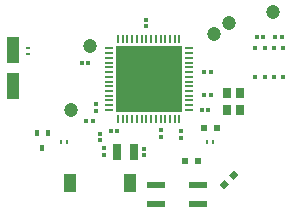
<source format=gtp>
G04 #@! TF.FileFunction,Paste,Top*
%FSLAX46Y46*%
G04 Gerber Fmt 4.6, Leading zero omitted, Abs format (unit mm)*
G04 Created by KiCad (PCBNEW 4.0.7) date 02/11/18 15:54:17*
%MOMM*%
%LPD*%
G01*
G04 APERTURE LIST*
%ADD10C,0.100000*%
%ADD11R,0.449200X0.549200*%
%ADD12R,0.280000X0.430000*%
%ADD13R,0.600000X0.500000*%
%ADD14R,1.100000X1.500000*%
%ADD15C,1.200000*%
%ADD16R,1.000000X2.250000*%
%ADD17R,0.350000X0.300000*%
%ADD18R,0.300000X0.350000*%
%ADD19R,0.400000X0.400000*%
%ADD20R,0.800000X0.900000*%
%ADD21R,0.430000X0.280000*%
%ADD22R,1.500000X0.600000*%
%ADD23R,0.750000X1.400000*%
%ADD24R,0.220000X0.760000*%
%ADD25R,0.760000X0.220000*%
%ADD26R,5.600000X5.600000*%
G04 APERTURE END LIST*
D10*
D11*
X49500000Y-102550000D03*
X48500000Y-102550000D03*
X49000000Y-103850000D03*
D12*
X63460000Y-103300000D03*
X62940000Y-103300000D03*
D13*
X62650000Y-102100000D03*
X63750000Y-102100000D03*
D14*
X56380000Y-106790000D03*
X51300000Y-106790000D03*
D15*
X68500000Y-92300000D03*
D16*
X46500000Y-98600000D03*
X46500000Y-95550000D03*
D15*
X53000000Y-95200000D03*
D10*
G36*
X64345736Y-107277818D02*
X63992182Y-106924264D01*
X64416446Y-106500000D01*
X64770000Y-106853554D01*
X64345736Y-107277818D01*
X64345736Y-107277818D01*
G37*
G36*
X65123554Y-106500000D02*
X64770000Y-106146446D01*
X65194264Y-105722182D01*
X65547818Y-106075736D01*
X65123554Y-106500000D01*
X65123554Y-106500000D01*
G37*
D13*
X61050000Y-104900000D03*
X62150000Y-104900000D03*
D17*
X54250000Y-103820000D03*
X54250000Y-104380000D03*
X57600000Y-103895000D03*
X57600000Y-104455000D03*
X53500000Y-100111000D03*
X53500000Y-100671000D03*
X53900000Y-103180000D03*
X53900000Y-102620000D03*
D18*
X52720000Y-101500000D03*
X53280000Y-101500000D03*
D17*
X59000000Y-102320000D03*
X59000000Y-102880000D03*
D18*
X55335500Y-102391000D03*
X54775500Y-102391000D03*
D17*
X57795500Y-93521000D03*
X57795500Y-92961000D03*
D18*
X62720000Y-99300000D03*
X63280000Y-99300000D03*
X62675500Y-97391000D03*
X63235500Y-97391000D03*
X52880000Y-96591000D03*
X52320000Y-96591000D03*
X62475500Y-100600000D03*
X63035500Y-100600000D03*
D17*
X60700000Y-102411000D03*
X60700000Y-102971000D03*
D18*
X69265500Y-94391000D03*
X68705500Y-94391000D03*
X67705500Y-94391000D03*
X67145500Y-94391000D03*
D19*
X69405500Y-97791000D03*
X68605500Y-97791000D03*
X67805500Y-97791000D03*
X67005500Y-97791000D03*
X67005500Y-95391000D03*
X67805500Y-95391000D03*
X68605500Y-95391000D03*
X69405500Y-95391000D03*
D20*
X65750000Y-100591000D03*
X65750000Y-99191000D03*
X64650000Y-99191000D03*
X64650000Y-100591000D03*
D12*
X51060000Y-103300000D03*
X50540000Y-103300000D03*
D21*
X47800000Y-95851000D03*
X47800000Y-95331000D03*
D15*
X63500000Y-94150000D03*
X64825000Y-93275000D03*
X51400000Y-100600000D03*
D22*
X62150000Y-107000000D03*
X58650000Y-107000000D03*
X58650000Y-108600000D03*
X62150000Y-108600000D03*
D23*
X55275000Y-104200000D03*
X56725000Y-104200000D03*
D24*
X55400000Y-101385000D03*
X55800000Y-101385000D03*
X56200000Y-101385000D03*
X56600000Y-101385000D03*
X57000000Y-101385000D03*
X57400000Y-101385000D03*
X57800000Y-101385000D03*
X58200000Y-101385000D03*
X58600000Y-101385000D03*
X59000000Y-101385000D03*
X59400000Y-101385000D03*
X59800000Y-101385000D03*
X60200000Y-101385000D03*
X60600000Y-101385000D03*
D25*
X61385000Y-100600000D03*
X61385000Y-100200000D03*
X61385000Y-99800000D03*
X61385000Y-99400000D03*
X61385000Y-99000000D03*
X61385000Y-98600000D03*
X61385000Y-98200000D03*
X61385000Y-97800000D03*
X61385000Y-97400000D03*
X61385000Y-97000000D03*
X61385000Y-96600000D03*
X61385000Y-96200000D03*
X61385000Y-95800000D03*
X61385000Y-95400000D03*
D24*
X60600000Y-94615000D03*
X60200000Y-94615000D03*
X59800000Y-94615000D03*
X59400000Y-94615000D03*
X59000000Y-94615000D03*
X58600000Y-94615000D03*
X58200000Y-94615000D03*
X57800000Y-94615000D03*
X57400000Y-94615000D03*
X57000000Y-94615000D03*
X56600000Y-94615000D03*
X56200000Y-94615000D03*
X55800000Y-94615000D03*
X55400000Y-94615000D03*
D25*
X54615000Y-95400000D03*
X54615000Y-95800000D03*
X54615000Y-96200000D03*
X54615000Y-96600000D03*
X54615000Y-97000000D03*
X54615000Y-97400000D03*
X54615000Y-97800000D03*
X54615000Y-98200000D03*
X54615000Y-98600000D03*
X54615000Y-99000000D03*
X54615000Y-99400000D03*
X54615000Y-99800000D03*
X54615000Y-100200000D03*
X54615000Y-100600000D03*
D26*
X58000000Y-98000000D03*
M02*

</source>
